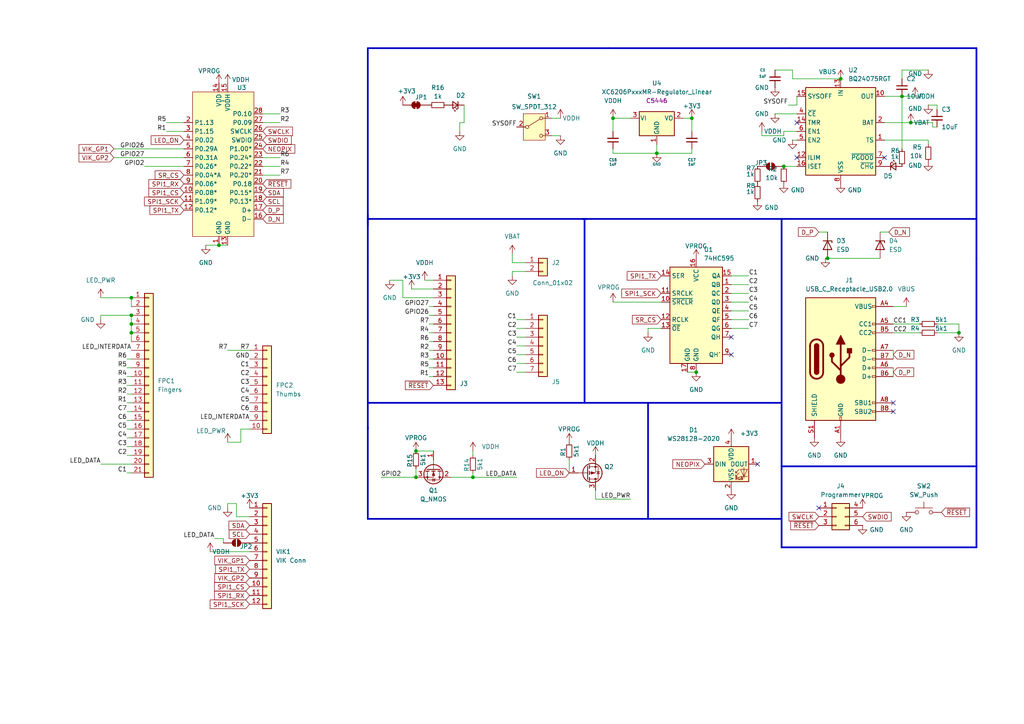
<source format=kicad_sch>
(kicad_sch (version 20231120) (generator "eeschema") (generator_version "8.0")
  (paper "A4")
  (title_block (title "Lemon PCB Wireless") (date "2024-11-25") (rev "v0.2") (company "Cosmos Keyboards"))
  (junction (at 227.33 48.26))
  (junction (at 177.8 34.29))
  (junction (at 243.84 22.86))
  (junction (at 137.16 138.43))
  (junction (at 261.62 27.94))
  (junction (at 38.1 86.36))
  (junction (at 240.03 74.93))
  (junction (at 278.13 96.52))
  (junction (at 63.5 71.12))
  (junction (at 120.65 130.81))
  (junction (at 200.66 34.29) (diameter 0.9144))
  (junction (at 38.1 93.98))
  (junction (at 201.93 107.95))
  (junction (at 38.1 96.52))
  (junction (at 38.1 91.44))
  (junction (at 190.5 44.45) (diameter 0.9144))
  (junction (at 120.65 138.43))
  (junction (at 264.16 35.56))
  (no_connect (at 231.14 45.72))
  (no_connect (at 212.09 102.87))
  (no_connect (at 259.08 119.38))
  (no_connect (at 259.08 116.84))
  (no_connect (at 256.54 45.72))
  (no_connect (at 219.71 134.62))
  (no_connect (at 231.14 35.56))
  (no_connect (at 212.09 97.79))
  (no_connect (at 237.49 147.32))
  (polyline (pts (xy 106.68 123.825) (xy 106.68 150.495)) (stroke (width 0.5) (type solid)))
  (wire (pts (xy 217.17 82.55) (xy 212.09 82.55)))
  (wire (pts (xy 149.86 92.71) (xy 152.4 92.71)))
  (wire (pts (xy 66.04 146.05) (xy 68.58 146.05)))
  (wire (pts (xy 36.83 119.38) (xy 38.1 119.38)))
  (wire (pts (xy 270.51 35.56) (xy 270.51 36.83)))
  (wire (pts (xy 229.87 20.32) (xy 224.79 20.32)))
  (polyline (pts (xy 176.53 13.97) (xy 229.235 13.97)) (stroke (width 0.5) (type solid)))
  (polyline (pts (xy 283.21 135.255) (xy 283.21 74.93)) (stroke (width 0.5) (type solid)))
  (wire (pts (xy 66.04 128.27) (xy 69.85 128.27)))
  (polyline (pts (xy 106.68 124.46) (xy 106.68 99.06)) (stroke (width 0.5) (type solid)))
  (wire (pts (xy 124.46 93.98) (xy 125.73 93.98)))
  (wire (pts (xy 160.02 39.37) (xy 162.56 39.37)))
  (wire (pts (xy 172.72 144.78) (xy 172.72 142.24)))
  (wire (pts (xy 243.84 22.86) (xy 229.87 22.86)))
  (wire (pts (xy 212.09 80.01) (xy 217.17 80.01)))
  (wire (pts (xy 229.87 40.64) (xy 231.14 40.64)))
  (wire (pts (xy 62.23 156.21) (xy 64.77 156.21)))
  (wire (pts (xy 149.86 107.95) (xy 152.4 107.95)))
  (wire (pts (xy 29.21 91.44) (xy 29.21 92.71)))
  (wire (pts (xy 120.65 130.81) (xy 125.73 130.81)))
  (wire (pts (xy 149.86 95.25) (xy 152.4 95.25)))
  (wire (pts (xy 261.62 20.32) (xy 261.62 22.86)))
  (wire (pts (xy 81.28 45.72) (xy 76.2 45.72)))
  (wire (pts (xy 160.02 34.29) (xy 162.56 34.29)))
  (wire (pts (xy 217.17 87.63) (xy 212.09 87.63)))
  (wire (pts (xy 124.46 101.6) (xy 125.73 101.6)))
  (wire (pts (xy 36.83 114.3) (xy 38.1 114.3)))
  (wire (pts (xy 177.8 34.29) (xy 182.88 34.29)))
  (wire (pts (xy 269.24 40.64) (xy 256.54 40.64)))
  (wire (pts (xy 149.86 100.33) (xy 152.4 100.33)))
  (wire (pts (xy 64.77 156.21) (xy 64.77 157.48)))
  (wire (pts (xy 220.98 38.1) (xy 220.98 39.37)))
  (wire (pts (xy 124.46 88.9) (xy 125.73 88.9)))
  (wire (pts (xy 269.24 20.32) (xy 261.62 20.32)))
  (wire (pts (xy 29.21 86.36) (xy 38.1 86.36)))
  (wire (pts (xy 68.58 146.05) (xy 68.58 149.86)))
  (wire (pts (xy 269.24 41.91) (xy 269.24 40.64)))
  (wire (pts (xy 120.65 135.89) (xy 120.65 138.43)))
  (wire (pts (xy 116.84 86.36) (xy 125.73 86.36)))
  (wire (pts (xy 191.77 95.25) (xy 187.96 95.25)))
  (wire (pts (xy 259.08 93.98) (xy 266.7 93.98)))
  (polyline (pts (xy 226.695 158.75) (xy 226.695 135.255)) (stroke (width 0.5) (type solid)))
  (wire (pts (xy 36.83 109.22) (xy 38.1 109.22)))
  (wire (pts (xy 177.8 87.63) (xy 191.77 87.63)))
  (wire (pts (xy 177.8 43.18) (xy 177.8 44.45)))
  (wire (pts (xy 113.03 81.28) (xy 116.84 81.28)))
  (wire (pts (xy 152.4 78.74) (xy 148.59 78.74)))
  (wire (pts (xy 36.83 121.92) (xy 38.1 121.92)))
  (wire (pts (xy 231.14 30.48) (xy 231.14 27.94)))
  (wire (pts (xy 228.6 30.48) (xy 231.14 30.48)))
  (wire (pts (xy 149.86 138.43) (xy 137.16 138.43)))
  (polyline (pts (xy 226.695 116.84) (xy 226.695 135.255)) (stroke (width 0.5) (type solid)))
  (wire (pts (xy 261.62 27.94) (xy 265.43 27.94)))
  (wire (pts (xy 36.83 116.84) (xy 38.1 116.84)))
  (wire (pts (xy 172.72 144.78) (xy 182.88 144.78)))
  (wire (pts (xy 124.46 104.14) (xy 125.73 104.14)))
  (wire (pts (xy 133.35 35.56) (xy 133.35 38.1)))
  (wire (pts (xy 271.78 93.98) (xy 278.13 93.98)))
  (wire (pts (xy 278.13 93.98) (xy 278.13 96.52)))
  (wire (pts (xy 66.04 101.6) (xy 72.39 101.6)))
  (wire (pts (xy 59.69 71.12) (xy 63.5 71.12)))
  (polyline (pts (xy 187.96 116.84) (xy 187.96 150.495)) (stroke (width 0.5) (type solid)))
  (wire (pts (xy 227.33 48.26) (xy 231.14 48.26)))
  (wire (pts (xy 53.34 38.1) (xy 48.26 38.1)))
  (wire (pts (xy 190.5 44.45) (xy 177.8 44.45)))
  (wire (pts (xy 33.02 45.72) (xy 53.34 45.72)))
  (wire (pts (xy 137.16 137.16) (xy 137.16 138.43)))
  (polyline (pts (xy 283.21 135.255) (xy 283.21 158.75)) (stroke (width 0.5) (type solid)))
  (wire (pts (xy 134.62 30.48) (xy 134.62 35.56)))
  (polyline (pts (xy 106.68 62.23) (xy 106.68 65.405)) (stroke (width 0.5) (type solid)))
  (wire (pts (xy 36.83 132.08) (xy 38.1 132.08)))
  (wire (pts (xy 190.5 41.91) (xy 190.5 44.45)))
  (wire (pts (xy 165.1 133.35) (xy 165.1 137.16)))
  (wire (pts (xy 217.17 90.17) (xy 212.09 90.17)))
  (polyline (pts (xy 106.68 150.495) (xy 226.695 150.495)) (stroke (width 0.5) (type solid)))
  (wire (pts (xy 123.19 81.28) (xy 125.73 81.28)))
  (wire (pts (xy 60.96 160.02) (xy 72.39 160.02)))
  (wire (pts (xy 229.87 22.86) (xy 229.87 20.32)))
  (wire (pts (xy 264.16 35.56) (xy 270.51 35.56)))
  (wire (pts (xy 36.83 111.76) (xy 38.1 111.76)))
  (polyline (pts (xy 106.68 74.93) (xy 106.68 13.97)) (stroke (width 0.5) (type solid)))
  (polyline (pts (xy 283.21 158.75) (xy 226.695 158.75)) (stroke (width 0.5) (type solid)))
  (wire (pts (xy 256.54 35.56) (xy 264.16 35.56)))
  (wire (pts (xy 124.46 91.44) (xy 125.73 91.44)))
  (wire (pts (xy 69.85 124.46) (xy 72.39 124.46)))
  (wire (pts (xy 38.1 91.44) (xy 38.1 93.98)))
  (wire (pts (xy 200.66 34.29) (xy 200.66 38.1)))
  (wire (pts (xy 148.59 76.2) (xy 148.59 73.66)))
  (wire (pts (xy 63.5 71.12) (xy 66.04 71.12)))
  (wire (pts (xy 119.38 83.82) (xy 125.73 83.82)))
  (polyline (pts (xy 106.68 99.06) (xy 106.68 74.93)) (stroke (width 0.5) (type solid)))
  (wire (pts (xy 110.49 138.43) (xy 120.65 138.43)))
  (wire (pts (xy 255.27 67.31) (xy 257.81 67.31)))
  (wire (pts (xy 124.46 99.06) (xy 125.73 99.06)))
  (wire (pts (xy 41.91 48.26) (xy 53.34 48.26)))
  (wire (pts (xy 271.78 31.75) (xy 271.78 30.48)))
  (wire (pts (xy 36.83 129.54) (xy 38.1 129.54)))
  (wire (pts (xy 76.2 35.56) (xy 81.28 35.56)))
  (wire (pts (xy 261.62 27.94) (xy 261.62 43.18)))
  (wire (pts (xy 259.08 101.6) (xy 259.08 104.14)))
  (wire (pts (xy 270.51 36.83) (xy 271.78 36.83)))
  (wire (pts (xy 137.16 130.81) (xy 137.16 132.08)))
  (wire (pts (xy 36.83 127) (xy 38.1 127)))
  (wire (pts (xy 116.84 81.28) (xy 116.84 86.36)))
  (wire (pts (xy 152.4 76.2) (xy 148.59 76.2)))
  (wire (pts (xy 36.83 124.46) (xy 38.1 124.46)))
  (wire (pts (xy 200.66 43.18) (xy 200.66 44.45)))
  (wire (pts (xy 36.83 137.16) (xy 38.1 137.16)))
  (wire (pts (xy 190.5 44.45) (xy 200.66 44.45)))
  (wire (pts (xy 239.395 74.93) (xy 240.03 74.93)))
  (wire (pts (xy 259.08 106.68) (xy 259.08 109.22)))
  (wire (pts (xy 76.2 33.02) (xy 81.28 33.02)))
  (wire (pts (xy 130.81 138.43) (xy 137.16 138.43)))
  (wire (pts (xy 69.85 128.27) (xy 69.85 124.46)))
  (wire (pts (xy 259.08 88.9) (xy 262.89 88.9)))
  (polyline (pts (xy 106.68 116.84) (xy 226.695 116.84)) (stroke (width 0.5) (type solid)))
  (polyline (pts (xy 229.235 13.97) (xy 283.21 13.97)) (stroke (width 0.5) (type solid)))
  (polyline (pts (xy 283.21 74.93) (xy 283.21 13.97)) (stroke (width 0.5) (type solid)))
  (wire (pts (xy 68.58 149.86) (xy 72.39 149.86)))
  (wire (pts (xy 259.08 96.52) (xy 266.7 96.52)))
  (wire (pts (xy 149.86 102.87) (xy 152.4 102.87)))
  (wire (pts (xy 38.1 96.52) (xy 38.1 99.06)))
  (wire (pts (xy 149.86 105.41) (xy 152.4 105.41)))
  (polyline (pts (xy 168.91 63.5) (xy 170.18 63.5)) (stroke (width 0.5) (type solid)))
  (wire (pts (xy 124.46 96.52) (xy 125.73 96.52)))
  (wire (pts (xy 29.21 134.62) (xy 38.1 134.62)))
  (polyline (pts (xy 226.695 63.5) (xy 226.695 116.84)) (stroke (width 0.5) (type solid)))
  (polyline (pts (xy 106.68 13.97) (xy 176.53 13.97)) (stroke (width 0.5) (type solid)))
  (wire (pts (xy 271.78 96.52) (xy 278.13 96.52)))
  (wire (pts (xy 38.1 86.36) (xy 38.1 88.9)))
  (wire (pts (xy 217.17 85.09) (xy 212.09 85.09)))
  (wire (pts (xy 36.83 106.68) (xy 38.1 106.68)))
  (polyline (pts (xy 283.21 63.5) (xy 106.68 63.5)) (stroke (width 0.5) (type solid)))
  (wire (pts (xy 177.8 34.29) (xy 177.8 38.1)))
  (wire (pts (xy 198.12 34.29) (xy 200.66 34.29)))
  (wire (pts (xy 36.83 104.14) (xy 38.1 104.14)))
  (wire (pts (xy 149.86 97.79) (xy 152.4 97.79)))
  (wire (pts (xy 199.39 107.95) (xy 201.93 107.95)))
  (wire (pts (xy 66.04 146.05) (xy 66.04 147.32)))
  (wire (pts (xy 227.33 39.37) (xy 220.98 39.37)))
  (polyline (pts (xy 169.545 116.84) (xy 169.545 63.5)) (stroke (width 0.5) (type solid)))
  (wire (pts (xy 29.21 91.44) (xy 38.1 91.44)))
  (wire (pts (xy 76.2 50.8) (xy 81.28 50.8)))
  (wire (pts (xy 124.46 109.22) (xy 125.73 109.22)))
  (wire (pts (xy 231.14 38.1) (xy 227.33 38.1)))
  (wire (pts (xy 227.33 38.1) (xy 227.33 39.37)))
  (wire (pts (xy 217.17 95.25) (xy 212.09 95.25)))
  (wire (pts (xy 148.59 78.74) (xy 148.59 80.01)))
  (wire (pts (xy 33.02 43.18) (xy 53.34 43.18)))
  (wire (pts (xy 187.96 95.25) (xy 187.96 96.52)))
  (wire (pts (xy 76.2 48.26) (xy 81.28 48.26)))
  (wire (pts (xy 217.17 92.71) (xy 212.09 92.71)))
  (wire (pts (xy 256.54 27.94) (xy 261.62 27.94)))
  (wire (pts (xy 271.78 30.48) (xy 269.24 30.48)))
  (wire (pts (xy 240.03 74.93) (xy 255.27 74.93)))
  (polyline (pts (xy 226.695 135.255) (xy 283.21 135.255)) (stroke (width 0.5) (type solid)))
  (wire (pts (xy 237.49 67.31) (xy 240.03 67.31)))
  (wire (pts (xy 224.79 33.02) (xy 231.14 33.02)))
  (wire (pts (xy 38.1 93.98) (xy 38.1 96.52)))
  (wire (pts (xy 134.62 35.56) (xy 133.35 35.56)))
  (wire (pts (xy 53.34 35.56) (xy 48.26 35.56)))
  (wire (pts (xy 124.46 106.68) (xy 125.73 106.68)))
  (label "R7" (at 81.28 50.8 0))
  (label "C4" (at 149.86 100.33 180))
  (label "R6" (at 81.28 45.72 0))
  (label "R1" (at 124.46 109.22 180))
  (label "CC1" (at 259.08 93.98 0))
  (label "C7" (at 36.83 119.38 180))
  (label "GPIO26" (at 124.46 91.44 180))
  (label "C1" (at 72.39 106.68 180))
  (label "R5" (at 36.83 106.68 180))
  (label "R3" (at 81.28 33.02 0))
  (label "C2" (at 217.17 82.55 0))
  (label "LED_DATA" (at 62.23 156.21 180))
  (label "C1" (at 149.86 92.71 180))
  (label "C3" (at 72.39 111.76 180))
  (label "C7" (at 217.17 95.25 0))
  (label "C2" (at 149.86 95.25 180))
  (label "R1" (at 36.83 116.84 180))
  (label "C3" (at 149.86 97.79 180))
  (label "C5" (at 36.83 124.46 180))
  (label "R4" (at 36.83 109.22 180))
  (label "R4" (at 81.28 48.26 0))
  (label "C5" (at 72.39 116.84 180))
  (label "R3" (at 36.83 111.76 180))
  (label "C6" (at 36.83 121.92 180))
  (label "GPIO2" (at 41.91 48.26 180))
  (label "R5" (at 48.26 35.56 180))
  (label "LED_PWR" (at 182.88 144.78 180))
  (label "LED_INTERDATA" (at 72.39 121.92 180))
  (label "C4" (at 72.39 114.3 180))
  (label "R3" (at 124.46 104.14 180))
  (label "C6" (at 149.86 105.41 180))
  (label "C6" (at 72.39 119.38 180))
  (label "LED_DATA" (at 149.86 138.43 180))
  (label "C2" (at 72.39 109.22 180))
  (label "GPIO27" (at 124.46 88.9 180))
  (label "C7" (at 149.86 107.95 180))
  (label "R6" (at 124.46 99.06 180))
  (label "C3" (at 217.17 85.09 0))
  (label "C5" (at 149.86 102.87 180))
  (label "C4" (at 36.83 127 180))
  (label "R4" (at 124.46 96.52 180))
  (label "C4" (at 217.17 87.63 0))
  (label "R2" (at 124.46 101.6 180))
  (label "GPIO27" (at 41.91 45.72 180))
  (label "C1" (at 217.17 80.01 0))
  (label "CC2" (at 259.08 96.52 0))
  (label "GPIO2" (at 110.49 138.43 0))
  (label "C1" (at 36.83 137.16 180))
  (label "C2" (at 36.83 132.08 180))
  (label "SYSOFF" (at 149.86 36.83 180))
  (label "C5" (at 217.17 90.17 0))
  (label "R2" (at 36.83 114.3 180))
  (label "GPIO26" (at 41.91 43.18 180))
  (label "R2" (at 81.28 35.56 0))
  (label "LED_INTERDATA" (at 38.1 101.6 180))
  (label "C6" (at 217.17 92.71 0))
  (label "GND" (at 72.39 104.14 180))
  (label "R7" (at 124.46 93.98 180))
  (label "LED_DATA" (at 29.21 134.62 180))
  (label "C3" (at 36.83 129.54 180))
  (label "SYSOFF" (at 228.6 30.48 180))
  (label "R7" (at 66.04 101.6 180))
  (label "R5" (at 124.46 106.68 180))
  (label "R6" (at 36.83 104.14 180))
  (label "R7" (at 72.39 101.6 180))
  (label "R1" (at 48.26 38.1 180))
  (global_label "SCL" (shape input) (at 72.39 154.94 180) (property "Intersheetrefs" "${INTERSHEET_REFS}" (effects (hide yes))))
  (global_label "SWCLK" (shape input) (at 237.49 149.86 180) (property "Intersheetrefs" "${INTERSHEET_REFS}" (effects (hide yes))))
  (global_label "SPI1_SCK" (shape input) (at 191.77 85.09 180) (property "Intersheetrefs" "${INTERSHEET_REFS}" (effects (hide yes))))
  (global_label "SPI1_TX" (shape input) (at 72.39 165.1 180) (property "Intersheetrefs" "${INTERSHEET_REFS}" (effects (hide yes))))
  (global_label "SPI1_RX" (shape input) (at 72.39 172.72 180) (property "Intersheetrefs" "${INTERSHEET_REFS}" (effects (hide yes))))
  (global_label "SPI1_RX" (shape input) (at 53.34 53.34 180) (property "Intersheetrefs" "${INTERSHEET_REFS}" (effects (hide yes))))
  (global_label "D_P" (shape input) (at 76.2 60.96 0) (property "Intersheetrefs" "${INTERSHEET_REFS}" (effects (hide yes))))
  (global_label "VIK_GP2" (shape input) (at 33.02 45.72 180) (property "Intersheetrefs" "${INTERSHEET_REFS}" (effects (hide yes))))
  (global_label "LED_ON" (shape input) (at 165.1 137.16 180) (property "Intersheetrefs" "${INTERSHEET_REFS}" (effects (hide yes))))
  (global_label "SPI1_CS" (shape input) (at 53.34 55.88 180) (property "Intersheetrefs" "${INTERSHEET_REFS}" (effects (hide yes))))
  (global_label "VIK_GP1" (shape input) (at 72.39 162.56 180) (property "Intersheetrefs" "${INTERSHEET_REFS}" (effects (hide yes))))
  (global_label "NEOPIX" (shape input) (at 76.2 43.18 0) (property "Intersheetrefs" "${INTERSHEET_REFS}" (effects (hide yes))))
  (global_label "VIK_GP2" (shape input) (at 72.39 167.64 180) (property "Intersheetrefs" "${INTERSHEET_REFS}" (effects (hide yes))))
  (global_label "D_N" (shape input) (at 76.2 63.5 0) (property "Intersheetrefs" "${INTERSHEET_REFS}" (effects (hide yes))))
  (global_label "SCL" (shape input) (at 76.2 58.42 0) (property "Intersheetrefs" "${INTERSHEET_REFS}" (effects (hide yes))))
  (global_label "D_P" (shape input) (at 259.08 107.95 0) (property "Intersheetrefs" "${INTERSHEET_REFS}" (effects (hide yes))))
  (global_label "SPI1_SCK" (shape input) (at 72.39 175.26 180) (property "Intersheetrefs" "${INTERSHEET_REFS}" (effects (hide yes))))
  (global_label "LED_ON" (shape input) (at 53.34 40.64 180) (property "Intersheetrefs" "${INTERSHEET_REFS}" (effects (hide yes))))
  (global_label "D_N" (shape input) (at 257.81 67.31 0) (property "Intersheetrefs" "${INTERSHEET_REFS}" (effects (hide yes))))
  (global_label "D_P" (shape input) (at 237.49 67.31 180) (property "Intersheetrefs" "${INTERSHEET_REFS}" (effects (hide yes))))
  (global_label "VIK_GP1" (shape input) (at 33.02 43.18 180) (property "Intersheetrefs" "${INTERSHEET_REFS}" (effects (hide yes))))
  (global_label "NEOPIX" (shape input) (at 204.47 134.62 180) (property "Intersheetrefs" "${INTERSHEET_REFS}" (effects (hide yes))))
  (global_label "SWDIO" (shape input) (at 76.2 40.64 0) (property "Intersheetrefs" "${INTERSHEET_REFS}" (effects (hide yes))))
  (global_label "SR_CS" (shape input) (at 53.34 50.8 180) (property "Intersheetrefs" "${INTERSHEET_REFS}" (effects (hide yes))))
  (global_label "SPI1_CS" (shape input) (at 72.39 170.18 180) (property "Intersheetrefs" "${INTERSHEET_REFS}" (effects (hide yes))))
  (global_label "SPI1_TX" (shape input) (at 191.77 80.01 180) (property "Intersheetrefs" "${INTERSHEET_REFS}" (effects (hide yes))))
  (global_label "SR_CS" (shape input) (at 191.77 92.71 180) (property "Intersheetrefs" "${INTERSHEET_REFS}" (effects (hide yes))))
  (global_label "~{RESET}" (shape input) (at 125.73 111.76 180) (property "Intersheetrefs" "${INTERSHEET_REFS}" (effects (hide yes))))
  (global_label "SPI1_TX" (shape input) (at 53.34 60.96 180) (property "Intersheetrefs" "${INTERSHEET_REFS}" (effects (hide yes))))
  (global_label "~{RESET}" (shape input) (at 273.05 148.59 0) (property "Intersheetrefs" "${INTERSHEET_REFS}" (effects (hide yes))))
  (global_label "SWDIO" (shape input) (at 250.19 149.86 0) (property "Intersheetrefs" "${INTERSHEET_REFS}" (effects (hide yes))))
  (global_label "SWCLK" (shape input) (at 76.2 38.1 0) (property "Intersheetrefs" "${INTERSHEET_REFS}" (effects (hide yes))))
  (global_label "~{RESET}" (shape input) (at 237.49 152.4 180) (property "Intersheetrefs" "${INTERSHEET_REFS}" (effects (hide yes))))
  (global_label "D_N" (shape input) (at 259.08 102.87 0) (property "Intersheetrefs" "${INTERSHEET_REFS}" (effects (hide yes))))
  (global_label "SPI1_SCK" (shape input) (at 53.34 58.42 180) (property "Intersheetrefs" "${INTERSHEET_REFS}" (effects (hide yes))))
  (global_label "SDA" (shape input) (at 76.2 55.88 0) (property "Intersheetrefs" "${INTERSHEET_REFS}" (effects (hide yes))))
  (global_label "SDA" (shape input) (at 72.39 152.4 180) (property "Intersheetrefs" "${INTERSHEET_REFS}" (effects (hide yes))))
  (global_label "~{RESET}" (shape input) (at 76.2 53.34 0) (property "Intersheetrefs" "${INTERSHEET_REFS}" (effects (hide yes))))
  (symbol (lib_id "power:+5V") (at 220.98 38.1 0) (unit 1)
    (property "Reference" "#PWR018" (effects (hide yes)))
    (property "Value" "VDDH" (at 224.155 38.1 0))
  )
  (symbol (lib_id "power:GND") (at 269.24 46.99 0) (unit 1)
    (property "Reference" "#PWR026" (effects (hide yes)))
    (property "Value" "GND" (at 265.43 48.006 0))
  )
  (symbol (lib_id "power:GND") (at 162.56 39.37 0) (unit 1)
    (property "Reference" "#PWR036" (effects (hide yes)))
    (property "Value" "GND" (at 162.56 44.45 0))
  )
  (symbol (lib_id "Device:R_Small") (at 269.24 96.52 90) (unit 1)
    (property "Reference" "R4" (at 265.43 95.25 90))
    (property "Value" "5k1" (at 273.05 95.25 90))
    (property "Footprint" "Resistor_SMD:R_0402_1005Metric" (effects (hide yes)))
    (property "LCSC" "C25905" (effects (hide yes)))
  )
  (symbol (lib_id "power:GND") (at 269.24 20.32 0) (unit 1)
    (property "Reference" "#PWR031" (effects (hide yes)))
    (property "Value" "GND" (at 265.43 21.336 0))
  )
  (symbol (lib_id "power:VBUS") (at 262.89 88.9 0) (unit 1)
    (property "Reference" "#PWR08" (effects (hide yes)))
    (property "Value" "VBUS" (at 262.89 83.82 0))
  )
  (symbol (lib_id "Device:R_Small") (at 219.71 50.8 180) (unit 1)
    (property "Reference" "R7" (at 216.408 48.768 0) (effects (justify right)))
    (property "Value" "1k" (at 216.408 50.546 0) (effects (justify right)))
    (property "Footprint" "Resistor_SMD:R_0402_1005Metric" (effects (hide yes)))
    (property "Description" "Resistor, small symbol" (effects (hide yes)))
    (property "LCSC" "C11702" (effects (hide yes)))
  )
  (symbol (lib_id "Switch:SW_SPDT") (at 154.94 36.83 0) (unit 1)
    (property "Reference" "SW1" (at 154.94 27.94 0))
    (property "Value" "SW_SPDT_312" (at 154.94 30.988 0))
    (property "Footprint" "lemonlib:MK-12C02-G020_GSW" (effects (hide yes)))
    (property "Description" "Switch, single pole double throw" (effects (hide yes)))
    (property "LCSC" "C963206" (effects (hide yes)))
  )
  (symbol (lib_id "Device:Q_NMOS_GDS") (at 125.73 135.89 270) (unit 1)
    (property "Reference" "Q1" (at 125.73 142.24 90))
    (property "Value" "Q_NMOS" (at 125.73 144.78 90))
    (property "Footprint" "Package_TO_SOT_SMD:SOT-523" (effects (hide yes)))
    (property "Description" "N-MOSFET transistor, gate/source/drain" (effects (hide yes)))
    (property "LCSC" "C8545" (effects (hide yes)))
  )
  (symbol (lib_id "power:GND") (at 236.22 127 0) (unit 1)
    (property "Reference" "#PWR014" (effects (hide yes)))
    (property "Value" "GND" (at 236.22 132.08 0))
  )
  (symbol (lib_id "power:+5V") (at 29.21 86.36 0) (unit 1)
    (property "Reference" "#PWR044" (effects (hide yes)))
    (property "Value" "LED_PWR" (at 29.21 81.28 0))
  )
  (symbol (lib_id "Device:R_Small") (at 137.16 134.62 180) (unit 1)
    (property "Reference" "R14" (at 135.382 134.874 90))
    (property "Value" "5k1" (at 139.192 134.62 90))
    (property "Footprint" "Resistor_SMD:R_0402_1005Metric" (effects (hide yes)))
    (property "LCSC" "C25905" (effects (hide yes)))
  )
  (symbol (lib_id "Diode:ESD5Zxx") (at 255.27 71.12 270) (unit 1)
    (property "Reference" "D4" (at 257.81 69.8499 90) (effects (justify left)))
    (property "Value" "ESD" (at 257.81 72.3899 90) (effects (justify left)))
    (property "Footprint" "Diode_SMD:D_SOD-523" (effects (hide yes)))
    (property "Datasheet" "https://www.onsemi.com/pdf/datasheet/esd5z2.5t1-d.pdf" (effects (hide yes)))
    (property "Description" "ESD Protection Diode, SOD-523" (effects (hide yes)))
    (property "LCSC" "C18723415" (effects (hide yes)))
  )
  (symbol (lib_id "Connector_Generic:Conn_01x02") (at 157.48 76.2 0) (unit 1)
    (property "Reference" "J2" (at 160.02 76.1999 0) (effects (justify left)))
    (property "Value" "Conn_01x02" (at 154.432 82.042 0) (effects (justify left)))
    (property "Footprint" "Connector_JST:JST_PH_S2B-PH-SM4-TB_1x02-1MP_P2.00mm_Horizontal" (effects (hide yes)))
    (property "Description" "Generic connector, single row, 01x02, script generated (kicad-library-utils/schlib/autogen/connector/)" (effects (hide yes)))
    (property "LCSC" "C295747" (effects (hide yes)))
  )
  (symbol (lib_id "power:GND") (at 212.09 142.24 0) (unit 1)
    (property "Reference" "#PWR040" (effects (hide yes)))
    (property "Value" "GND" (at 212.09 147.32 0))
  )
  (symbol (lib_id "power:+5V") (at 123.19 81.28 0) (unit 1)
    (property "Reference" "#PWR029" (effects (hide yes)))
    (property "Value" "VDDH" (at 123.19 76.2 0))
  )
  (symbol (lib_id "Connector_Generic:Conn_01x12") (at 77.47 160.02 0) (unit 1)
    (property "Reference" "VIK1" (at 80.01 160.0199 0) (effects (justify left)))
    (property "Value" "VIK Conn" (at 80.01 162.5599 0) (effects (justify left)))
    (property "Footprint" "ProPrj_New-easyedapro:FPC-SMD_FPC05012-09200" (effects (hide yes)))
    (property "Description" "Generic connector, single row, 01x12, script generated (kicad-library-utils/schlib/autogen/connector/)" (effects (hide yes)))
    (property "LCSC" "C479750" (effects (hide yes)))
  )
  (symbol (lib_id "power:GND") (at 269.24 30.48 0) (unit 1)
    (property "Reference" "#PWR016" (effects (hide yes)))
    (property "Value" "GND" (at 265.43 31.496 0))
  )
  (symbol (lib_id "power:GND") (at 133.35 38.1 0) (unit 1)
    (property "Reference" "#PWR035" (effects (hide yes)))
    (property "Value" "GND" (at 133.35 43.18 0))
  )
  (symbol (lib_id "power:GND") (at 113.03 81.28 0) (unit 1)
    (property "Reference" "#PWR028" (effects (hide yes)))
    (property "Value" "GND" (at 113.03 86.36 0))
  )
  (symbol (lib_id "power:GND") (at 66.04 147.32 0) (unit 1)
    (property "Reference" "#PWR045" (effects (hide yes)))
    (property "Value" "GND" (at 62.23 147.32 0))
  )
  (symbol (lib_id "power:VBUS") (at 116.84 30.48 0) (unit 1)
    (property "Reference" "#PWR034" (effects (hide yes)))
    (property "Value" "+3V3" (at 115.316 26.416 0) (effects (justify left)))
  )
  (symbol (lib_id "power:+3.3V") (at 148.59 73.66 0) (unit 1)
    (property "Reference" "#PWR042" (effects (hide yes)))
    (property "Value" "VBAT" (at 148.59 68.58 0))
  )
  (symbol (lib_id "kicad-keyboard-parts:XC6206PxxxMR-Regulator_Linear") (at 190.5 34.29 0) (unit 1)
    (property "Reference" "U4" (at 190.5 24.13 0))
    (property "Value" "XC6206PxxxMR-Regulator_Linear" (at 190.5 26.67 0))
    (property "Footprint" "Package_TO_SOT_SMD:SOT-23" (effects (hide yes)))
    (property "Datasheet" "https://www.torexsemi.com/file/xc6206/XC6206.pdf" (effects (hide yes)))
    (property "LCSC" "C5446" (at 190.5 29.21 0))
  )
  (symbol (lib_id "power:GND") (at 59.69 71.12 0) (unit 1)
    (property "Reference" "#PWR032" (effects (hide yes)))
    (property "Value" "GND" (at 59.69 76.2 0))
  )
  (symbol (lib_id "power:+5V") (at 265.43 27.94 0) (unit 1)
    (property "Reference" "#PWR021" (effects (hide yes)))
    (property "Value" "VDDH" (at 268.605 27.94 0))
  )
  (symbol (lib_id "power:GND") (at 190.5 44.45 0) (unit 1)
    (property "Reference" "#PWR027" (effects (hide yes)))
    (property "Value" "GND" (at 190.5 47.625 0) (effects (font (size 0.762 0.762))))
  )
  (symbol (lib_id "Connector_Generic:Conn_01x21") (at 43.18 111.76 0) (unit 1)
    (property "Reference" "FPC1" (at 45.72 110.4899 0) (effects (justify left)))
    (property "Value" "Fingers" (at 45.72 113.0299 0) (effects (justify left)))
    (property "Description" "Generic connector, single row, 01x21, script generated (kicad-library-utils/schlib/autogen/connector/)" (effects (hide yes)))
    (property "LCSC" "C2919509" (effects (hide yes)))
  )
  (symbol (lib_id "Device:C_Small") (at 200.66 40.64 180) (unit 1)
    (property "Reference" "C17" (at 200.66 46.355 0) (effects (font (size 0.762 0.762))))
    (property "Value" "1uF" (at 200.66 47.625 0) (effects (font (size 0.762 0.762))))
    (property "Footprint" "Capacitor_SMD:C_0402_1005Metric" (effects (hide yes)))
    (property "LCSC" "C52923" (effects (hide yes)))
  )
  (symbol (lib_id "power:+5V") (at 66.04 24.13 0) (mirror y) (unit 1)
    (property "Reference" "#PWR013" (effects (hide yes)))
    (property "Value" "VDDH" (at 69.85 23.114 0))
  )
  (symbol (lib_id "74xx:74HC595") (at 201.93 90.17 0) (unit 1)
    (property "Reference" "U1" (at 204.1241 72.39 0) (effects (justify left)))
    (property "Value" "74HC595" (at 204.1241 74.93 0) (effects (justify left)))
    (property "Footprint" "Package_DFN_QFN:DHVQFN-16-1EP_2.5x3.5mm_P0.5mm_EP1x2mm" (effects (hide yes)))
    (property "Datasheet" "http://www.ti.com/lit/ds/symlink/sn74hc595.pdf" (effects (hide yes)))
    (property "Description" "8-bit serial in/out Shift Register 3-State Outputs" (effects (hide yes)))
    (property "LCSC" "C730243" (effects (hide yes)))
  )
  (symbol (lib_id "Device:R_Small") (at 120.65 133.35 180) (unit 1)
    (property "Reference" "R15" (at 118.872 133.604 90))
    (property "Value" "5k1" (at 122.682 133.35 90))
    (property "Footprint" "Resistor_SMD:R_0402_1005Metric" (effects (hide yes)))
    (property "LCSC" "C25905" (effects (hide yes)))
  )
  (symbol (lib_id "power:+5V") (at 162.56 34.29 0) (unit 1)
    (property "Reference" "#PWR037" (effects (hide yes)))
    (property "Value" "VDDH" (at 165.735 34.29 0))
  )
  (symbol (lib_id "Device:R_Small") (at 165.1 130.81 180) (unit 1)
    (property "Reference" "R1" (at 163.322 131.064 90))
    (property "Value" "5k1" (at 167.132 130.81 90))
    (property "Footprint" "Resistor_SMD:R_0402_1005Metric" (effects (hide yes)))
    (property "LCSC" "C25905" (effects (hide yes)))
  )
  (symbol (lib_id "power:+3.3V") (at 120.65 130.81 0) (unit 1)
    (property "Reference" "#PWR049" (effects (hide yes)))
    (property "Value" "VPROG" (at 120.65 127 0))
  )
  (symbol (lib_id "power:GND") (at 229.87 40.64 0) (unit 1)
    (property "Reference" "#PWR019" (effects (hide yes)))
    (property "Value" "GND" (at 226.06 40.64 0))
  )
  (symbol (lib_id "power:+3.3V") (at 212.09 127 0) (unit 1)
    (property "Reference" "#PWR039" (effects (hide yes)))
    (property "Value" "+3V3" (at 214.63 125.7299 0) (effects (justify left)))
  )
  (symbol (lib_id "Device:R_Small") (at 219.71 55.88 180) (unit 1)
    (property "Reference" "R8" (at 216.408 53.848 0) (effects (justify right)))
    (property "Value" "1k" (at 216.408 55.626 0) (effects (justify right)))
    (property "Footprint" "Resistor_SMD:R_0402_1005Metric" (effects (hide yes)))
    (property "Description" "Resistor, small symbol" (effects (hide yes)))
    (property "LCSC" "C11702" (effects (hide yes)))
  )
  (symbol (lib_id "Connector_Generic:Conn_02x03_Top_Bottom") (at 242.57 149.86 0) (unit 1)
    (property "Reference" "J4" (at 243.84 140.97 0))
    (property "Value" "Programmer" (at 243.84 143.51 0))
    (property "Footprint" "plumtwisttester:j2thing" (effects (hide yes)))
    (property "Description" "Generic connector, single row, 01x04, script generated" (effects (hide yes)))
  )
  (symbol (lib_id "power:GND") (at 224.79 33.02 0) (unit 1)
    (property "Reference" "#PWR017" (effects (hide yes)))
    (property "Value" "GND" (at 220.98 33.02 0))
  )
  (symbol (lib_id "Device:Q_PMOS_GSD") (at 170.18 137.16 0) (mirror x) (unit 1)
    (property "Reference" "Q2" (at 175.26 135.382 0) (effects (justify left)))
    (property "Value" "Q_PMOS_SGD" (effects (hide yes)))
    (property "Footprint" "Package_TO_SOT_SMD:SOT-23" (effects (hide yes)))
    (property "Description" "P-MOSFET transistor, gate/source/drain" (effects (hide yes)))
    (property "LCSC" "C15127" (effects (hide yes)))
  )
  (symbol (lib_id "power:+5V") (at 177.8 34.29 0) (unit 1)
    (property "Reference" "#PWR023" (effects (hide yes)))
    (property "Value" "VDDH" (at 177.8 29.21 0))
  )
  (symbol (lib_id "power:GND") (at 148.59 80.01 0) (unit 1)
    (property "Reference" "#PWR047" (effects (hide yes)))
    (property "Value" "GND" (at 148.59 85.09 0))
  )
  (symbol (lib_id "power:GND") (at 29.21 92.71 0) (unit 1)
    (property "Reference" "#PWR043" (effects (hide yes)))
    (property "Value" "GND" (at 25.4 92.71 0))
  )
  (symbol (lib_id "power:+3.3V") (at 119.38 83.82 0) (unit 1)
    (property "Reference" "#PWR041" (effects (hide yes)))
    (property "Value" "+3V3" (at 119.38 80.2726 0))
  )
  (symbol (lib_id "LED:WS2812B-2020") (at 212.09 134.62 0) (unit 1)
    (property "Reference" "D1" (at 201.168 124.714 0))
    (property "Value" "WS2812B-2020" (at 201.168 127.254 0))
    (property "Footprint" "LED_SMD:LED_WS2812B-2020_PLCC4_2.0x2.0mm" (effects (hide yes)))
    (property "Datasheet" "https://cdn-shop.adafruit.com/product-files/4684/4684_WS2812B-2020_V1.3_EN.pdf" (effects (hide yes)))
    (property "Description" "RGB LED with integrated controller, 2.0 x 2.0 mm, 12 mA" (effects (hide yes)))
    (property "LCSC" "C965555" (effects (hide yes)))
  )
  (symbol (lib_id "power:GND") (at 227.33 53.34 0) (unit 1)
    (property "Reference" "#PWR020" (effects (hide yes)))
    (property "Value" "GND" (at 231.394 55.118 0))
  )
  (symbol (lib_id "power:GND") (at 201.93 107.95 0) (unit 1)
    (property "Reference" "#PWR04" (effects (hide yes)))
    (property "Value" "GND" (at 201.93 113.03 0))
  )
  (symbol (lib_id "Device:C_Small") (at 224.79 22.86 180) (unit 1)
    (property "Reference" "C1" (at 221.234 20.32 0) (effects (font (size 0.762 0.762))))
    (property "Value" "1uF" (at 221.234 22.098 0) (effects (font (size 0.762 0.762))))
    (property "Footprint" "Capacitor_SMD:C_0402_1005Metric" (effects (hide yes)))
    (property "LCSC" "C52923" (effects (hide yes)))
  )
  (symbol (lib_id "Device:R_Small") (at 261.62 45.72 180) (unit 1)
    (property "Reference" "R6" (at 258.318 43.688 0) (effects (justify right)))
    (property "Value" "1k" (at 258.318 45.466 0) (effects (justify right)))
    (property "Footprint" "Resistor_SMD:R_0402_1005Metric" (effects (hide yes)))
    (property "Description" "Resistor, small symbol" (effects (hide yes)))
    (property "LCSC" "C11702" (effects (hide yes)))
  )
  (symbol (lib_id "Device:R_Small") (at 127 30.48 90) (unit 1)
    (property "Reference" "R16" (at 127 25.4 90))
    (property "Value" "1k" (at 127 27.94 90))
    (property "Footprint" "Resistor_SMD:R_0402_1005Metric" (effects (hide yes)))
    (property "Description" "Resistor, small symbol" (effects (hide yes)))
    (property "LCSC" "C11702" (effects (hide yes)))
  )
  (symbol (lib_id "power:+3.3V") (at 201.93 74.93 0) (unit 1)
    (property "Reference" "#PWR06" (effects (hide yes)))
    (property "Value" "VPROG" (at 201.93 71.3826 0))
  )
  (symbol (lib_id "power:GND") (at 243.84 53.34 0) (unit 1)
    (property "Reference" "#PWR07" (effects (hide yes)))
    (property "Value" "GND" (at 247.904 55.118 0))
  )
  (symbol (lib_id "power:+3.3V") (at 172.72 132.08 0) (unit 1)
    (property "Reference" "#PWR051" (effects (hide yes)))
    (property "Value" "VDDH" (at 172.72 128.5326 0))
  )
  (symbol (lib_id "Device:R_Small") (at 269.24 93.98 90) (unit 1)
    (property "Reference" "R3" (at 265.43 92.71 90))
    (property "Value" "5k1" (at 273.05 92.71 90))
    (property "Footprint" "Resistor_SMD:R_0402_1005Metric" (effects (hide yes)))
    (property "LCSC" "C25905" (effects (hide yes)))
  )
  (symbol (lib_id "power:+3.3V") (at 200.66 34.29 0) (unit 1)
    (property "Reference" "#PWR024" (effects (hide yes)))
    (property "Value" "+3V3" (at 200.66 30.7426 0))
  )
  (symbol (lib_id "power:+3.3V") (at 137.16 130.81 0) (unit 1)
    (property "Reference" "#PWR050" (effects (hide yes)))
    (property "Value" "VDDH" (at 139.7 129.5399 0) (effects (justify left)))
  )
  (symbol (lib_id "power:GND") (at 278.13 96.52 0) (unit 1)
    (property "Reference" "#PWR010" (effects (hide yes)))
    (property "Value" "GND" (at 278.13 101.6 0))
  )
  (symbol (lib_id "Switch:SW_Push") (at 267.97 148.59 0) (unit 1)
    (property "Reference" "SW2" (at 267.97 140.97 0))
    (property "Value" "SW_Push" (at 267.97 143.51 0))
    (property "Footprint" "Button_Switch_SMD:SW_Push_SPST_NO_Alps_SKRK" (effects (hide yes)))
    (property "Description" "Push button switch, generic, two pins" (effects (hide yes)))
    (property "LCSC" "C115357" (effects (hide yes)))
  )
  (symbol (lib_id "power:GND") (at 243.84 127 0) (unit 1)
    (property "Reference" "#PWR015" (effects (hide yes)))
    (property "Value" "GND" (at 243.84 132.08 0))
  )
  (symbol (lib_id "power:GND") (at 219.71 58.42 0) (unit 1)
    (property "Reference" "#PWR033" (effects (hide yes)))
    (property "Value" "GND" (at 223.774 60.198 0))
  )
  (symbol (lib_id "power:GND") (at 187.96 96.52 0) (unit 1)
    (property "Reference" "#PWR02" (effects (hide yes)))
    (property "Value" "GND" (at 187.96 101.6 0))
  )
  (symbol (lib_id "power:+3.3V") (at 72.39 147.32 0) (unit 1)
    (property "Reference" "#PWR030" (effects (hide yes)))
    (property "Value" "+3V3" (at 72.39 143.7726 0))
  )
  (symbol (lib_id "power:GND") (at 224.79 25.4 0) (unit 1)
    (property "Reference" "#PWR011" (effects (hide yes)))
    (property "Value" "GND" (at 220.98 25.4 0))
  )
  (symbol (lib_id "Jumper:SolderJumper_2_Open") (at 68.58 157.48 0) (unit 1) (exclude_from_sim yes) (in_bom no)
    (property "Reference" "JP2" (at 71.374 158.496 0))
    (property "Value" "SolderJumper_2_Open" (effects (hide yes)))
    (property "Footprint" "Jumper:SolderJumper-2_P1.3mm_Open_Pad1.0x1.5mm" (effects (hide yes)))
    (property "Description" "Solder Jumper, 2-pole, open" (effects (hide yes)))
  )
  (symbol (lib_id "power:+3.3V") (at 165.1 128.27 0) (unit 1)
    (property "Reference" "#PWR03" (effects (hide yes)))
    (property "Value" "VPROG" (at 165.1 124.46 0))
  )
  (symbol (lib_id "Device:R_Small") (at 269.24 44.45 0) (unit 1)
    (property "Reference" "R5" (at 264.668 42.672 0) (effects (justify left)))
    (property "Value" "10k" (at 263.906 45.212 0) (effects (justify left)))
    (property "Footprint" "Resistor_SMD:R_0402_1005Metric" (effects (hide yes)))
    (property "Description" "Resistor, small symbol" (effects (hide yes)))
    (property "LCSC" "C25744" (effects (hide yes)))
  )
  (symbol (lib_id "Connector_Generic:Conn_01x07") (at 157.48 100.33 0) (unit 1)
    (property "Reference" "J5" (at 160.02 110.744 0) (effects (justify left)))
    (property "Value" "Conn_01x11" (effects (hide yes)))
    (property "Footprint" "Connector_PinHeader_2.54mm:PinHeader_1x07_P2.54mm_Vertical" (effects (hide yes)))
    (property "Description" "Generic connector, single row, 01x07, script generated (kicad-library-utils/schlib/autogen/connector/)" (effects (hide yes)))
  )
  (symbol (lib_id "Diode:ESD5Zxx") (at 240.03 71.12 270) (unit 1)
    (property "Reference" "D3" (at 242.57 69.8499 90) (effects (justify left)))
    (property "Value" "ESD" (at 242.57 72.3899 90) (effects (justify left)))
    (property "Footprint" "Diode_SMD:D_SOD-523" (effects (hide yes)))
    (property "Datasheet" "https://www.onsemi.com/pdf/datasheet/esd5z2.5t1-d.pdf" (effects (hide yes)))
    (property "Description" "ESD Protection Diode, SOD-523" (effects (hide yes)))
    (property "LCSC" "C18723415" (effects (hide yes)))
  )
  (symbol (lib_id "power:VBUS") (at 243.84 22.86 0) (unit 1)
    (property "Reference" "#PWR09" (effects (hide yes)))
    (property "Value" "VBUS" (at 240.03 20.828 0))
  )
  (symbol (lib_id "Battery_Management:BQ24075RGT") (at 243.84 38.1 0) (unit 1)
    (property "Reference" "U2" (at 246.0341 20.32 0) (effects (justify left)))
    (property "Value" "BQ24075RGT" (at 246.0341 22.86 0) (effects (justify left)))
    (property "Footprint" "Package_DFN_QFN:VQFN-16-1EP_3x3mm_P0.5mm_EP1.6x1.6mm" (effects (hide yes)))
    (property "Datasheet" "http://www.ti.com/lit/ds/symlink/bq24075.pdf" (effects (hide yes)))
    (property "Description" "USB-Friendly Li-Ion Battery Charger and Power-Path Management, VQFN-16" (effects (hide yes)))
    (property "LCSC" "C15464" (effects (hide yes)))
  )
  (symbol (lib_id "power:+3V3") (at 177.8 87.63 0) (unit 1)
    (property "Reference" "#PWR01" (effects (hide yes)))
    (property "Value" "VPROG" (at 176.53 83.312 0))
  )
  (symbol (lib_id "power:+5V") (at 66.04 128.27 0) (unit 1)
    (property "Reference" "#PWR052" (effects (hide yes)))
    (property "Value" "LED_PWR" (at 61.214 124.968 0))
  )
  (symbol (lib_id "Jumper:SolderJumper_2_Open") (at 223.52 48.26 180) (unit 1) (exclude_from_sim yes) (in_bom no)
    (property "Reference" "JP3" (at 220.726 47.244 0))
    (property "Value" "SolderJumper_2_Open" (effects (hide yes)))
    (property "Footprint" "Jumper:SolderJumper-2_P1.3mm_Open_Pad1.0x1.5mm" (effects (hide yes)))
    (property "Description" "Solder Jumper, 2-pole, open" (effects (hide yes)))
  )
  (symbol (lib_id "Connector:USB_C_Receptacle_USB2.0") (at 243.84 104.14 0) (unit 1)
    (property "Reference" "J1" (at 246.3165 81.28 0))
    (property "Value" "USB_C_Receptacle_USB2.0" (at 246.3165 83.82 0))
    (property "Footprint" "Connector_USB:USB_C_Receptacle_HRO_TYPE-C-31-M-12" (effects (hide yes)))
    (property "Datasheet" "https://www.usb.org/sites/default/files/documents/usb_type-c.zip" (effects (hide yes)))
    (property "LCSC" "C165948" (effects (hide yes)))
  )
  (symbol (lib_id "power:GND") (at 250.19 152.4 0) (mirror y) (unit 1)
    (property "Reference" "#PWR055" (effects (hide yes)))
    (property "Value" "GND" (at 254.254 153.67 0))
  )
  (symbol (lib_id "Device:LED_Small") (at 259.08 48.26 0) (unit 1)
    (property "Reference" "D5" (at 257.556 51.054 0))
    (property "Value" "LED_Small" (effects (hide yes)))
    (property "Footprint" "LED_SMD:LED_0402_1005Metric" (effects (hide yes)))
    (property "Description" "Light emitting diode, small symbol" (effects (hide yes)))
    (property "LCSC" "C7371898" (effects (hide yes)))
  )
  (symbol (lib_id "power:GND") (at 239.395 74.93 0) (unit 1)
    (property "Reference" "#PWR012" (effects (hide yes)))
    (property "Value" "GND" (at 235.585 74.93 0))
  )
  (symbol (lib_id "Device:C_Small") (at 271.78 34.29 0) (unit 1)
    (property "Reference" "C3" (at 273.05 31.7499 0) (effects (justify left)))
    (property "Value" "10uF" (at 273.05 36.8299 0) (effects (justify left)))
    (property "Footprint" "Capacitor_SMD:C_0402_1005Metric" (effects (hide yes)))
    (property "LCSC" "C15525" (effects (hide yes)))
  )
  (symbol (lib_id "power:+3V3") (at 63.5 24.13 0) (unit 1)
    (property "Reference" "#PWR05" (effects (hide yes)))
    (property "Value" "VPROG" (at 60.706 20.574 0))
  )
  (symbol (lib_id "power:+5V") (at 60.96 160.02 0) (unit 1)
    (property "Reference" "#PWR046" (effects (hide yes)))
    (property "Value" "VDDH" (at 64.135 160.02 0))
  )
  (symbol (lib_id "power:+5V") (at 264.16 35.56 0) (unit 1)
    (property "Reference" "#PWR025" (effects (hide yes)))
    (property "Value" "VBAT" (at 267.335 35.56 0))
  )
  (symbol (lib_id "Device:C_Small") (at 177.8 40.64 180) (unit 1)
    (property "Reference" "C16" (at 177.8 46.355 0) (effects (font (size 0.762 0.762))))
    (property "Value" "1uF" (at 177.8 47.625 0) (effects (font (size 0.762 0.762))))
    (property "Footprint" "Capacitor_SMD:C_0402_1005Metric" (effects (hide yes)))
    (property "LCSC" "C52923" (effects (hide yes)))
  )
  (symbol (lib_id "Connector_Generic:Conn_01x10") (at 77.47 111.76 0) (unit 1)
    (property "Reference" "FPC2" (at 80.01 111.7599 0) (effects (justify left)))
    (property "Value" "Thumbs" (at 80.01 114.2999 0) (effects (justify left)))
    (property "Footprint" "ProPrj_New-easyedapro:FPC-SMD_10P-P0.50_HC-FPC-05-09-10RLTAG" (effects (hide yes)))
    (property "Description" "Generic connector, single row, 01x10, script generated (kicad-library-utils/schlib/autogen/connector/)" (effects (hide yes)))
    (property "LCSC" "C5213731" (effects (hide yes)))
  )
  (symbol (lib_id "lemonlib:nRF52840-MS88SF21") (at 64.77 31.75 0) (unit 1)
    (property "Reference" "U3" (at 70.104 25.4 0))
    (property "Value" "~" (at 64.77 29.21 0))
    (property "Footprint" "lemonlib:XCVR_MS88SF2" (effects (hide yes)))
  )
  (symbol (lib_id "Device:LED_Small") (at 132.08 30.48 180) (unit 1)
    (property "Reference" "D2" (at 133.604 27.686 0))
    (property "Value" "LED_Small" (effects (hide yes)))
    (property "Footprint" "LED_SMD:LED_0402_1005Metric" (effects (hide yes)))
    (property "Description" "Light emitting diode, small symbol" (effects (hide yes)))
    (property "LCSC" "C7371898" (effects (hide yes)))
  )
  (symbol (lib_id "Device:R_Small") (at 227.33 50.8 0) (unit 1)
    (property "Reference" "R2" (at 222.758 49.022 0) (effects (justify left)))
    (property "Value" "10k" (at 221.996 51.562 0) (effects (justify left)))
    (property "Footprint" "Resistor_SMD:R_0402_1005Metric" (effects (hide yes)))
    (property "Description" "Resistor, small symbol" (effects (hide yes)))
    (property "LCSC" "C25744" (effects (hide yes)))
  )
  (symbol (lib_id "power:+3V3") (at 250.19 147.32 0) (mirror y) (unit 1)
    (property "Reference" "#PWR054" (effects (hide yes)))
    (property "Value" "VPROG" (at 252.984 143.764 0))
  )
  (symbol (lib_id "Device:C_Small") (at 261.62 25.4 0) (unit 1)
    (property "Reference" "C2" (at 262.89 22.8599 0) (effects (justify left)))
    (property "Value" "10uF" (at 262.89 27.9399 0) (effects (justify left)))
    (property "Footprint" "Capacitor_SMD:C_0402_1005Metric" (effects (hide yes)))
    (property "LCSC" "C15525" (effects (hide yes)))
  )
  (symbol (lib_id "Jumper:SolderJumper_2_Bridged") (at 120.65 30.48 0) (unit 1) (exclude_from_sim yes) (in_bom no)
    (property "Reference" "JP1" (at 122.174 28.194 0))
    (property "Value" "SolderJumper_2_Bridged" (effects (hide yes)))
    (property "Footprint" "Jumper:SolderJumper-2_P1.3mm_Bridged_Pad1.0x1.5mm" (effects (hide yes)))
    (property "Description" "Solder Jumper, 2-pole, closed/bridged" (effects (hide yes)))
  )
  (symbol (lib_id "Connector_Generic:Conn_01x13") (at 130.81 96.52 0) (unit 1)
    (property "Reference" "J3" (at 133.35 111.252 0) (effects (justify left)))
    (property "Value" "Conn_01x11" (effects (hide yes)))
    (property "Footprint" "Connector_PinHeader_2.54mm:PinHeader_1x13_P2.54mm_Vertical" (effects (hide yes)))
    (property "Description" "Generic connector, single row, 01x12, script generated (kicad-library-utils/schlib/autogen/connector/)" (effects (hide yes)))
  )
  (symbol (lib_id "power:GND") (at 262.89 148.59 0) (unit 1)
    (property "Reference" "#PWR022" (effects (hide yes)))
    (property "Value" "GND" (at 262.89 153.67 0))
  )
)
</source>
